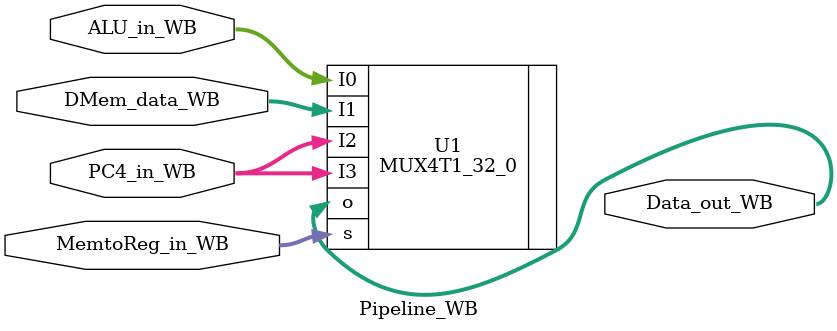
<source format=v>
`timescale 1ns / 1ps


module Pipeline_WB(
        input[31:0]  PC4_in_WB,          //PC+4ÊäÈë
	    input[31:0]  ALU_in_WB,          //ALU½á¹ûÊäÈë
	    input[31:0]  DMem_data_WB,       //´æ´¢Æ÷Êý¾ÝÊäÈë
	    input [1:0]  MemtoReg_in_WB,     //Ð´»ØÑ¡Ôñ¿ØÖÆ

        output [31:0]  Data_out_WB       //Ð´»ØÊý¾ÝÊä³ö
    );
    MUX4T1_32_0 U1(
    .I0(ALU_in_WB),
    .I1(DMem_data_WB),
    .I2(PC4_in_WB),
    .I3(PC4_in_WB),
    .s(MemtoReg_in_WB),
    .o(Data_out_WB)
    );
endmodule


</source>
